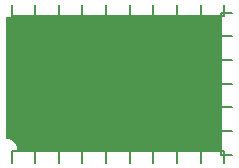
<source format=gbr>
%TF.GenerationSoftware,KiCad,Pcbnew,8.0.0-rc2-74-g5f063dd458*%
%TF.CreationDate,2024-01-29T02:33:14+02:00*%
%TF.ProjectId,SamoMCU,53616d6f-4d43-4552-9e6b-696361645f70,rev?*%
%TF.SameCoordinates,Original*%
%TF.FileFunction,Legend,Top*%
%TF.FilePolarity,Positive*%
%FSLAX46Y46*%
G04 Gerber Fmt 4.6, Leading zero omitted, Abs format (unit mm)*
G04 Created by KiCad (PCBNEW 8.0.0-rc2-74-g5f063dd458) date 2024-01-29 02:33:14*
%MOMM*%
%LPD*%
G01*
G04 APERTURE LIST*
%ADD10C,0.000000*%
%ADD11C,0.120000*%
%ADD12C,0.200000*%
%ADD13C,0.500000*%
G04 APERTURE END LIST*
D10*
G36*
X179000000Y-53300000D02*
G01*
X161800000Y-53300000D01*
X161800000Y-53200000D01*
G75*
G03*
X160800000Y-52200000I-1000000J0D01*
G01*
X160800000Y-41900000D01*
X179000000Y-41900000D01*
X179000000Y-53300000D01*
G37*
D11*
%TO.C,C5*%
X168857836Y-42240000D02*
X168642164Y-42240000D01*
X168857836Y-42960000D02*
X168642164Y-42960000D01*
D12*
%TO.C,SWDIO1*%
X179000000Y-49550000D02*
X180000000Y-49550000D01*
X179000000Y-51550000D02*
X179000000Y-49550000D01*
X180000000Y-51550000D02*
X179000000Y-51550000D01*
%TO.C,AXAK1*%
X171300000Y-53250000D02*
X173300000Y-53250000D01*
X171300000Y-54250000D02*
X171300000Y-53250000D01*
X173300000Y-53250000D02*
X173300000Y-54250000D01*
%TO.C,KUYARAAK1*%
X173300000Y-41850000D02*
X173300000Y-40850000D01*
X175300000Y-40850000D02*
X175300000Y-41850000D01*
X175300000Y-41850000D02*
X173300000Y-41850000D01*
D11*
%TO.C,C4*%
X166457836Y-52030000D02*
X166242164Y-52030000D01*
X166457836Y-52750000D02*
X166242164Y-52750000D01*
D12*
%TO.C,BUSY1*%
X167300000Y-53250000D02*
X169300000Y-53250000D01*
X167300000Y-54250000D02*
X167300000Y-53250000D01*
X169300000Y-53250000D02*
X169300000Y-54250000D01*
D11*
%TO.C,R3*%
X177196359Y-43720000D02*
X177503641Y-43720000D01*
X177196359Y-44480000D02*
X177503641Y-44480000D01*
%TO.C,R6*%
X177503641Y-47920000D02*
X177196359Y-47920000D01*
X177503641Y-48680000D02*
X177196359Y-48680000D01*
%TO.C,U3*%
X167000000Y-50450000D02*
X167000000Y-50000000D01*
X167450000Y-50450000D02*
X167000000Y-50450000D01*
X171850000Y-45150000D02*
X172300000Y-45150000D01*
X171850000Y-50450000D02*
X172300000Y-50450000D01*
X172300000Y-45150000D02*
X172300000Y-45600000D01*
X172300000Y-50450000D02*
X172300000Y-50000000D01*
D13*
X167291421Y-45300000D02*
G75*
G02*
X167008579Y-45300000I-141421J0D01*
G01*
X167008579Y-45300000D02*
G75*
G02*
X167291421Y-45300000I141421J0D01*
G01*
D12*
%TO.C,V_CHK1*%
X177300000Y-53250000D02*
X179300000Y-53250000D01*
X177300000Y-54250000D02*
X177300000Y-53250000D01*
X179300000Y-53250000D02*
X179300000Y-54250000D01*
D11*
%TO.C,C1*%
X162647836Y-45920000D02*
X162432164Y-45920000D01*
X162647836Y-46640000D02*
X162432164Y-46640000D01*
%TO.C,C3*%
X170857836Y-43340000D02*
X170642164Y-43340000D01*
X170857836Y-44060000D02*
X170642164Y-44060000D01*
%TO.C,C8*%
X172090000Y-42992164D02*
X172090000Y-43207836D01*
X172810000Y-42992164D02*
X172810000Y-43207836D01*
%TO.C,U4*%
X173690000Y-47600000D02*
X173690000Y-49000000D01*
X176010000Y-49000000D02*
X176010000Y-47100000D01*
D12*
%TO.C,VCC1*%
X169300000Y-41850000D02*
X169300000Y-40850000D01*
X171300000Y-40850000D02*
X171300000Y-41850000D01*
X171300000Y-41850000D02*
X169300000Y-41850000D01*
%TO.C,SWDCK1*%
X179000000Y-51550000D02*
X180000000Y-51550000D01*
X179000000Y-53550000D02*
X179000000Y-51550000D01*
X180000000Y-53550000D02*
X179000000Y-53550000D01*
D11*
%TO.C,R5*%
X177196359Y-45720000D02*
X177503641Y-45720000D01*
X177196359Y-46480000D02*
X177503641Y-46480000D01*
D12*
%TO.C,RX1*%
X165300000Y-53250000D02*
X167300000Y-53250000D01*
X165300000Y-54250000D02*
X165300000Y-53250000D01*
X167300000Y-53250000D02*
X167300000Y-54250000D01*
D11*
%TO.C,C10*%
X177222164Y-44740000D02*
X177437836Y-44740000D01*
X177222164Y-45460000D02*
X177437836Y-45460000D01*
%TO.C,U2*%
X162946500Y-45213500D02*
X162946500Y-44616750D01*
X163388250Y-45213500D02*
X162946500Y-45213500D01*
X164511750Y-42586500D02*
X164953500Y-42586500D01*
X164511750Y-42586500D02*
X164953500Y-42586500D01*
X164511750Y-42586500D02*
X164953500Y-42586500D01*
X164511750Y-45213500D02*
X164953500Y-45213500D01*
X164953500Y-42586500D02*
X164953500Y-43183250D01*
X164953500Y-42586500D02*
X164953500Y-43183250D01*
X164953500Y-42586500D02*
X164953500Y-43183250D01*
X164953500Y-45213500D02*
X164953500Y-44616750D01*
D12*
X163166500Y-42706500D02*
G75*
G02*
X162966500Y-42706500I-100000J0D01*
G01*
X162966500Y-42706500D02*
G75*
G02*
X163166500Y-42706500I100000J0D01*
G01*
%TO.C,SDA1*%
X179000000Y-43550000D02*
X180000000Y-43550000D01*
X179000000Y-45550000D02*
X179000000Y-43550000D01*
X180000000Y-45550000D02*
X179000000Y-45550000D01*
%TO.C,D/C1*%
X167300000Y-41850000D02*
X167300000Y-40850000D01*
X169300000Y-40850000D02*
X169300000Y-41850000D01*
X169300000Y-41850000D02*
X167300000Y-41850000D01*
%TO.C,RES2*%
X177300000Y-41850000D02*
X177300000Y-40850000D01*
X179300000Y-40850000D02*
X179300000Y-41850000D01*
X179300000Y-41850000D02*
X177300000Y-41850000D01*
%TO.C,SCK1*%
X161300000Y-41850000D02*
X161300000Y-40850000D01*
X163300000Y-40850000D02*
X163300000Y-41850000D01*
X163300000Y-41850000D02*
X161300000Y-41850000D01*
D11*
%TO.C,C6*%
X168837836Y-43340000D02*
X168622164Y-43340000D01*
X168837836Y-44060000D02*
X168622164Y-44060000D01*
D12*
%TO.C,INT1*%
X173300000Y-53250000D02*
X175300000Y-53250000D01*
X173300000Y-54250000D02*
X173300000Y-53250000D01*
X175300000Y-53250000D02*
X175300000Y-54250000D01*
%TO.C,MOSI1*%
X163300000Y-41850000D02*
X163300000Y-40850000D01*
X165300000Y-40850000D02*
X165300000Y-41850000D01*
X165300000Y-41850000D02*
X163300000Y-41850000D01*
D11*
%TO.C,R1*%
X161300000Y-51543641D02*
X161300000Y-51236359D01*
X162060000Y-51543641D02*
X162060000Y-51236359D01*
%TO.C,R2*%
X177503641Y-42080000D02*
X177196359Y-42080000D01*
X177503641Y-42840000D02*
X177196359Y-42840000D01*
%TO.C,U1*%
X161730000Y-49290000D02*
X164730000Y-49290000D01*
X163230000Y-47070000D02*
X164730000Y-47070000D01*
D12*
%TO.C,TX1*%
X163300000Y-53250000D02*
X165300000Y-53250000D01*
X163300000Y-54250000D02*
X163300000Y-53250000D01*
X165300000Y-53250000D02*
X165300000Y-54250000D01*
D11*
%TO.C,C2*%
X161740000Y-44142164D02*
X161740000Y-44357836D01*
X162460000Y-44142164D02*
X162460000Y-44357836D01*
%TO.C,Y1*%
X165650000Y-42100000D02*
X165650000Y-44300000D01*
X166850000Y-42100000D02*
X165650000Y-42100000D01*
X166850000Y-44300000D02*
X165650000Y-44300000D01*
X166850000Y-44300000D02*
X166850000Y-42100000D01*
D12*
%TO.C,PIITH1*%
X169300000Y-53250000D02*
X171300000Y-53250000D01*
X169300000Y-54250000D02*
X169300000Y-53250000D01*
X171300000Y-53250000D02*
X171300000Y-54250000D01*
%TO.C,RES1*%
X161300000Y-53250000D02*
X163300000Y-53250000D01*
X161300000Y-54250000D02*
X161300000Y-53250000D01*
X163300000Y-53250000D02*
X163300000Y-54250000D01*
%TO.C,YIHTA1*%
X175300000Y-53250000D02*
X177300000Y-53250000D01*
X175300000Y-54250000D02*
X175300000Y-53250000D01*
X177300000Y-53250000D02*
X177300000Y-54250000D01*
D11*
%TO.C,C13*%
X177242164Y-49140000D02*
X177457836Y-49140000D01*
X177242164Y-49860000D02*
X177457836Y-49860000D01*
%TO.C,C9*%
X166457836Y-51040000D02*
X166242164Y-51040000D01*
X166457836Y-51760000D02*
X166242164Y-51760000D01*
%TO.C,C12*%
X177457836Y-51140000D02*
X177242164Y-51140000D01*
X177457836Y-51860000D02*
X177242164Y-51860000D01*
D12*
%TO.C,RES_TC1*%
X175300000Y-41850000D02*
X175300000Y-40850000D01*
X177300000Y-40850000D02*
X177300000Y-41850000D01*
X177300000Y-41850000D02*
X175300000Y-41850000D01*
D11*
%TO.C,C11*%
X175157836Y-45740000D02*
X174942164Y-45740000D01*
X175157836Y-46460000D02*
X174942164Y-46460000D01*
%TO.C,D1*%
X173700000Y-45410000D02*
X173700000Y-42750000D01*
X173700000Y-45410000D02*
X175400000Y-45410000D01*
X175400000Y-45410000D02*
X175400000Y-42750000D01*
D12*
%TO.C,GND1*%
X171300000Y-41850000D02*
X171300000Y-40850000D01*
X173300000Y-40850000D02*
X173300000Y-41850000D01*
X173300000Y-41850000D02*
X171300000Y-41850000D01*
%TO.C,MCU_OK1*%
X179000000Y-47550000D02*
X180000000Y-47550000D01*
X179000000Y-49550000D02*
X179000000Y-47550000D01*
X180000000Y-49550000D02*
X179000000Y-49550000D01*
%TO.C,CS1*%
X165300000Y-41850000D02*
X165300000Y-40850000D01*
X167300000Y-40850000D02*
X167300000Y-41850000D01*
X167300000Y-41850000D02*
X165300000Y-41850000D01*
D11*
%TO.C,R4*%
X177513641Y-46820000D02*
X177206359Y-46820000D01*
X177513641Y-47580000D02*
X177206359Y-47580000D01*
%TO.C,Y2*%
X162447500Y-52712500D02*
X164747500Y-52712500D01*
X164747500Y-52712500D02*
X164747500Y-50012500D01*
D13*
X165197501Y-52162500D02*
G75*
G02*
X165197499Y-52162500I-1J0D01*
G01*
X165197499Y-52162500D02*
G75*
G02*
X165197501Y-52162500I1J0D01*
G01*
D12*
%TO.C,DATA1*%
X179000000Y-41550000D02*
X180000000Y-41550000D01*
X179000000Y-43550000D02*
X179000000Y-41550000D01*
X180000000Y-43550000D02*
X179000000Y-43550000D01*
D11*
%TO.C,R7*%
X177196359Y-50120000D02*
X177503641Y-50120000D01*
X177196359Y-50880000D02*
X177503641Y-50880000D01*
D12*
%TO.C,SCL1*%
X179000000Y-45550000D02*
X180000000Y-45550000D01*
X179000000Y-47550000D02*
X179000000Y-45550000D01*
X180000000Y-47550000D02*
X179000000Y-47550000D01*
D11*
%TO.C,C7*%
X170642164Y-42240000D02*
X170857836Y-42240000D01*
X170642164Y-42960000D02*
X170857836Y-42960000D01*
%TD*%
M02*

</source>
